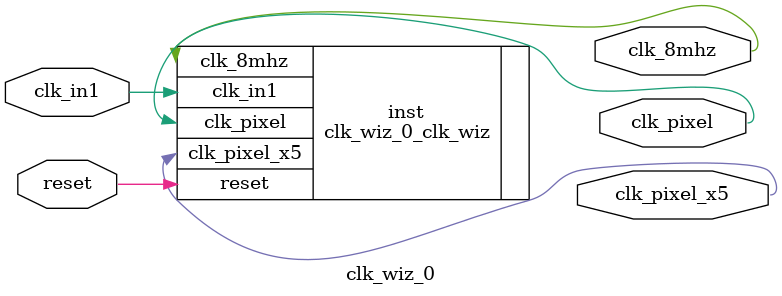
<source format=v>


`timescale 1ps/1ps

(* CORE_GENERATION_INFO = "clk_wiz_0,clk_wiz_v6_0_6_0_0,{component_name=clk_wiz_0,use_phase_alignment=true,use_min_o_jitter=false,use_max_i_jitter=false,use_dyn_phase_shift=false,use_inclk_switchover=false,use_dyn_reconfig=false,enable_axi=0,feedback_source=FDBK_AUTO,PRIMITIVE=MMCM,num_out_clk=3,clkin1_period=8.000,clkin2_period=10.0,use_power_down=false,use_reset=true,use_locked=false,use_inclk_stopped=false,feedback_type=SINGLE,CLOCK_MGR_TYPE=NA,manual_override=false}" *)

module clk_wiz_0
 (
  // Clock out ports
  output        clk_8mhz,
  output        clk_pixel_x5,
  output        clk_pixel,
  // Status and control signals
  input         reset,
 // Clock in ports
  input         clk_in1
 );

  clk_wiz_0_clk_wiz inst
  (
  // Clock out ports
  .clk_8mhz(clk_8mhz),
  .clk_pixel_x5(clk_pixel_x5),
  .clk_pixel(clk_pixel),
  // Status and control signals
  .reset(reset),
 // Clock in ports
  .clk_in1(clk_in1)
  );

endmodule

</source>
